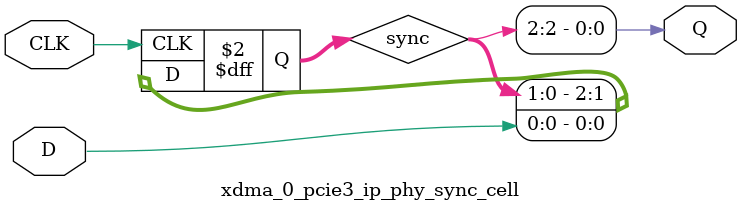
<source format=v>





`timescale 1ps / 1ps



//-------------------------------------------------------------------------------------------------
//  Synchronizer Library Module
//-------------------------------------------------------------------------------------------------
module xdma_0_pcie3_ip_phy_sync_cell #
(
    parameter integer STAGE = 2
)
(
    //-------------------------------------------------------------------------- 
    //  Input Ports
    //-------------------------------------------------------------------------- 
    input                               CLK,
    input                               D,
    
    //-------------------------------------------------------------------------- 
    //  Output Ports
    //-------------------------------------------------------------------------- 
    output                              Q
);

    //-------------------------------------------------------------------------- 
    //  Synchronized Signals
    //--------------------------------------------------------------------------  
    (* KEEP = "TRUE", ASYNC_REG = "TRUE", SHIFT_EXTRACT = "NO" *) reg [STAGE:0] sync;                                                            



//--------------------------------------------------------------------------------------------------
//  Synchronizier
//--------------------------------------------------------------------------------------------------
always @ (posedge CLK)
begin

    sync <= {sync[(STAGE-1):0], D};
            
end   



//--------------------------------------------------------------------------------------------------
//  Generate Output
//--------------------------------------------------------------------------------------------------
assign Q = sync[STAGE];


endmodule


</source>
